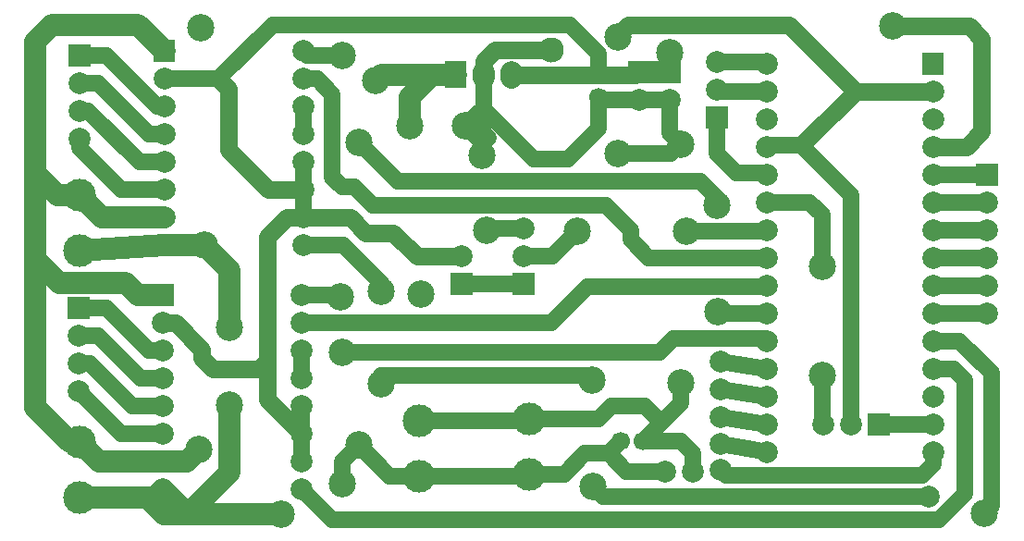
<source format=gtl>
G04 Layer: TopLayer*
G04 EasyEDA v6.4.19.4, 2021-05-27T12:50:32+05:30*
G04 Gerber Generator version 0.2*
G04 Scale: 100 percent, Rotated: No, Reflected: No *
G04 Dimensions in millimeters *
G04 leading zeros omitted , absolute positions ,4 integer and 5 decimal *
%FSLAX45Y45*%
%MOMM*%

%ADD11C,1.6000*%
%ADD12C,1.5000*%
%ADD13C,2.0000*%
%ADD14C,1.0000*%
%ADD15C,2.5000*%
%ADD16C,2.3000*%
%ADD17R,2.0000X2.0000*%
%ADD18C,2.5000*%
%ADD19C,1.7000*%
%ADD20C,3.0000*%

%LPD*%
D11*
X6210300Y5435600D02*
G01*
X6210300Y5461000D01*
X6299200Y5549900D01*
X7772400Y5549900D01*
X8382000Y4940300D01*
X9093200Y4940300D02*
G01*
X8382000Y4940300D01*
X7886700Y4445000D01*
D12*
X6032500Y5091176D02*
G01*
X6032500Y5283200D01*
X5765800Y5549900D01*
X3048000Y5549900D01*
X2552700Y5054600D01*
X2057400Y5054600D01*
D11*
X3327400Y3784600D02*
G01*
X3759200Y3784600D01*
X3898900Y3644900D01*
X4152900Y3644900D01*
X4368800Y3429000D01*
X4775200Y3429000D01*
X2044700Y2819400D02*
G01*
X2159000Y2819400D01*
X2400300Y2578100D01*
X2400300Y2501900D01*
X2501900Y2400300D01*
X2921284Y2400300D01*
X2997200Y2476215D01*
X3327400Y3784600D02*
G01*
X3175000Y3784600D01*
X2997200Y3606800D01*
X2997200Y2120900D01*
X3314700Y1803400D01*
X3327400Y4038600D02*
G01*
X3009900Y4038600D01*
X2641600Y4406900D01*
X2641600Y4965700D01*
X2552700Y5054600D01*
X6680200Y5118100D02*
G01*
X6680200Y5295900D01*
X5232400Y5092700D02*
G01*
X6032500Y5091176D01*
D12*
X3683000Y2552700D02*
G01*
X6591300Y2552700D01*
X6718300Y2679700D01*
X7543800Y2679700D01*
X7569200Y2654300D01*
X5130800Y4622800D02*
G01*
X5435600Y4318000D01*
X5753100Y4318000D01*
X6032500Y4597400D01*
X6032500Y4891023D01*
X4978400Y5092700D02*
G01*
X4978400Y4787900D01*
X4813300Y4622800D01*
D13*
X3987800Y5041900D02*
G01*
X4038600Y5092700D01*
X4724400Y5092700D01*
D12*
X7569200Y3416300D02*
G01*
X6489700Y3416300D01*
X6324600Y3581400D01*
X6324600Y3670300D01*
X6096000Y3898900D01*
X3962400Y3898900D01*
X3797300Y4064000D01*
X3683000Y4064000D01*
X3594100Y4152900D01*
X3594100Y4914900D01*
X3454400Y5054600D01*
X3327400Y5054600D01*
X6794500Y3149600D02*
G01*
X5930900Y3149600D01*
X5600700Y2819400D01*
X3314700Y2819400D01*
D13*
X2044700Y1549400D02*
G01*
X2260600Y1549400D01*
X2374900Y1663700D01*
X2044700Y3073400D02*
G01*
X1816100Y3073400D01*
X1701800Y3187700D01*
X1092200Y3187700D01*
X876300Y3403600D01*
X876300Y5397500D01*
X1028700Y5549900D01*
X1816100Y5549900D01*
X2057400Y5308600D01*
X1282700Y1219200D02*
G01*
X1968500Y1219200D01*
X2044700Y1295400D01*
X2273300Y1066800D02*
G01*
X2049127Y1066800D01*
X1896727Y1219200D01*
X3124200Y1066800D02*
G01*
X2260600Y1066800D01*
X2044700Y1295400D01*
X2654300Y2070100D02*
G01*
X2654300Y1447800D01*
X2273300Y1066800D01*
X1282700Y3479800D02*
G01*
X2057400Y3530600D01*
X2057400Y3530600D01*
X2057400Y3530600D02*
G01*
X2425700Y3530600D01*
X2654300Y3302000D01*
X2654300Y2781300D01*
D12*
X2049127Y1066800D02*
G01*
X2049127Y1290972D01*
X2044700Y1295400D01*
X7150100Y2463800D02*
G01*
X7569200Y2400300D01*
X7569200Y2400300D01*
X7569200Y2146300D02*
G01*
X7569200Y2146300D01*
X7150100Y2209800D01*
X7150100Y2209800D01*
X7150100Y1955800D02*
G01*
X7569200Y1892300D01*
X7569200Y1892300D01*
X7150100Y1714500D02*
G01*
X7442200Y1663700D01*
X7569200Y1638300D01*
D13*
X1282700Y3987800D02*
G01*
X1079634Y3987800D01*
X876300Y4191134D01*
D12*
X6794500Y3149600D02*
G01*
X7556500Y3149600D01*
X7569200Y3162300D01*
X7569200Y3670300D02*
G01*
X7556500Y3657600D01*
X6832600Y3657600D01*
X7569200Y2908300D02*
G01*
X7137400Y2908300D01*
X7124700Y2921000D01*
X9093200Y1892300D02*
G01*
X8597900Y1892300D01*
X9093200Y1638300D02*
G01*
X9093200Y1524000D01*
X8991600Y1422400D01*
X7200900Y1422400D01*
X7150100Y1473200D01*
X8077200Y2336800D02*
G01*
X8077200Y1905000D01*
X8089900Y1892300D01*
X8077200Y3336800D02*
G01*
X8077200Y3810000D01*
X7962900Y3924300D01*
X7569200Y3924300D01*
X7569200Y4940300D02*
G01*
X7124700Y4940300D01*
X7112000Y4953000D01*
X9093200Y3162300D02*
G01*
X9588500Y3162300D01*
X9588500Y3416300D02*
G01*
X9093200Y3416300D01*
X9093200Y3670300D02*
G01*
X9588500Y3670300D01*
X9093200Y3924300D02*
G01*
X9588500Y3924300D01*
X9093200Y4178300D02*
G01*
X9588500Y4178300D01*
X3327400Y3530600D02*
G01*
X3695700Y3530600D01*
X4038600Y3187700D01*
X4038600Y3111500D01*
X3314700Y3073400D02*
G01*
X3657600Y3073400D01*
X3670300Y3060700D01*
D11*
X6032500Y5091099D02*
G01*
X6373799Y5091099D01*
X6400800Y5118100D01*
D12*
X6400800Y4864100D02*
G01*
X6059500Y4864100D01*
X6032500Y4891100D01*
X6680200Y4864100D02*
G01*
X6400800Y4864100D01*
D14*
X3327400Y4800600D02*
G01*
X3327400Y4546600D01*
D12*
X5346700Y3429000D02*
G01*
X5604002Y3429000D01*
X5832602Y3657600D01*
X4775200Y3175000D02*
G01*
X5346700Y3175000D01*
D14*
X3314700Y1803400D02*
G01*
X3314700Y1549400D01*
X3314700Y2057400D02*
G01*
X3314700Y1803400D01*
X3327400Y4038600D02*
G01*
X3327400Y3784600D01*
X3327400Y4292600D02*
G01*
X3327400Y4038600D01*
X3314700Y2565400D02*
G01*
X3314700Y2311400D01*
D12*
X8343900Y1892300D02*
G01*
X8343900Y3987800D01*
X7886700Y4445000D01*
X7581900Y4445000D01*
X7569200Y4432300D01*
X2057400Y4038600D02*
G01*
X1663700Y4038600D01*
X1282700Y4419600D01*
X1282700Y4508500D01*
X2057400Y4800600D02*
G01*
X1993900Y4800600D01*
X1524000Y5270500D01*
X1282700Y5270500D01*
D13*
X2057400Y3784600D02*
G01*
X1485900Y3784600D01*
X1282700Y3987800D01*
D12*
X2044700Y2565400D02*
G01*
X1917700Y2565400D01*
X1524000Y2959100D01*
X1270000Y2959100D01*
X2044700Y2311400D02*
G01*
X1841500Y2311400D01*
X1447800Y2705100D01*
X1270000Y2705100D01*
X2044700Y1803400D02*
G01*
X1663700Y1803400D01*
X1270000Y2197100D01*
X2044700Y2057400D02*
G01*
X1765300Y2057400D01*
X1371600Y2451100D01*
X1270000Y2451100D01*
D13*
X2044700Y1549400D02*
G01*
X1460500Y1549400D01*
X1282700Y1727200D01*
D12*
X3683000Y1346200D02*
G01*
X3683000Y1549400D01*
X3835400Y1701800D01*
X4388510Y1419605D02*
G01*
X4117593Y1419605D01*
X3835400Y1701800D01*
X4388510Y1419605D02*
G01*
X5382006Y1419605D01*
X5397500Y1435100D01*
D13*
X4724400Y5092700D02*
G01*
X4508500Y5092700D01*
X4305300Y4889500D01*
X4305300Y4622800D01*
D12*
X4978400Y5092700D02*
G01*
X4978400Y4775200D01*
X5130800Y4622800D01*
X3327400Y4156476D02*
G01*
X3327400Y4038600D01*
X3327400Y4292600D02*
G01*
X3327400Y4156476D01*
X3327400Y4038600D02*
G01*
X3327400Y3784600D01*
X3327400Y4800600D02*
G01*
X3327400Y4546600D01*
X3314700Y2565400D02*
G01*
X3314700Y2311400D01*
X3314700Y2057400D02*
G01*
X3314700Y1803400D01*
X3314700Y1803400D02*
G01*
X3314700Y1549400D01*
X4388510Y1921002D02*
G01*
X5375402Y1921002D01*
X5397500Y1943100D01*
X5397500Y1435100D02*
G01*
X5715000Y1435100D01*
X5905500Y1625600D01*
X6123000Y1625600D01*
X6237300Y1739900D01*
X5397500Y1943100D02*
G01*
X6032500Y1943100D01*
X6146800Y2057400D01*
X6451600Y2057400D01*
X6578600Y1930400D01*
X6578600Y1881200D01*
X6437299Y1739900D01*
X6437299Y1739900D02*
G01*
X6781800Y1739900D01*
X6896100Y1625600D01*
X6896100Y1460500D01*
X6642100Y1460500D02*
G01*
X6288100Y1460500D01*
X6123000Y1625600D01*
D13*
X6400800Y5118100D02*
G01*
X6680200Y5118100D01*
D12*
X2057400Y4292600D02*
G01*
X1828800Y4292600D01*
X1358900Y4762500D01*
X1282700Y4762500D01*
X2057400Y4546600D02*
G01*
X1917700Y4546600D01*
X1447800Y5016500D01*
X1282700Y5016500D01*
X9588500Y2908300D02*
G01*
X9093200Y2908300D01*
X9093200Y2654300D02*
G01*
X9334500Y2654300D01*
X9626600Y2362200D01*
X9626600Y1143000D01*
X9563100Y1079500D01*
X9093200Y2400300D02*
G01*
X9283700Y2400300D01*
X9385300Y2298700D01*
X9385300Y1257300D01*
X9144000Y1016000D01*
X3594100Y1016000D01*
X3314700Y1295400D01*
X4038600Y2260600D02*
G01*
X4038600Y2336800D01*
X5988050Y2336800D01*
X9055100Y1231900D02*
G01*
X6070600Y1231900D01*
X5981700Y1320800D01*
X3327400Y5308600D02*
G01*
X3365500Y5270500D01*
X3683000Y5270500D01*
X4123232Y4182567D02*
G01*
X3835400Y4470400D01*
X7112000Y3898900D02*
G01*
X7112000Y3962400D01*
X6959600Y4114800D01*
X4191000Y4114800D01*
X4123232Y4182567D01*
D13*
X876300Y3403600D02*
G01*
X876300Y2044700D01*
X1193800Y1727200D01*
X1282700Y1727200D01*
D12*
X4813300Y4622800D02*
G01*
X4965700Y4470400D01*
X4965700Y4356100D01*
X5003800Y3670300D02*
G01*
X5016500Y3683000D01*
X5346700Y3683000D01*
X7112000Y4699000D02*
G01*
X7112000Y4368800D01*
X7289800Y4191000D01*
X7556500Y4191000D01*
X7569200Y4178300D01*
X6437299Y1739900D02*
G01*
X6781800Y2084400D01*
X6781800Y2273300D01*
X6781800Y4457700D02*
G01*
X6680200Y4559300D01*
X6680200Y4864100D01*
X6781800Y4457700D02*
G01*
X6692900Y4368800D01*
X6210300Y4368800D01*
X7112000Y5207000D02*
G01*
X7556500Y5207000D01*
X7569200Y5194300D01*
X4929538Y4739038D02*
G01*
X4929538Y4613851D01*
X5025694Y4517694D01*
X4965700Y4457700D01*
X4965700Y4356100D01*
D11*
X5600700Y5321300D02*
G01*
X5080000Y5321300D01*
X4978400Y5219700D01*
X4978400Y5092700D01*
X9093200Y4432300D02*
G01*
X9398000Y4432300D01*
X9537700Y4572000D01*
X9537700Y5422900D01*
X9423400Y5537200D01*
X8724900Y5537200D01*
D17*
G01*
X6400800Y5118100D03*
D13*
G01*
X6400800Y4864100D03*
D17*
G01*
X6680200Y5118100D03*
D13*
G01*
X6680200Y4864100D03*
D18*
G01*
X6832600Y3657600D03*
G01*
X5832602Y3657600D03*
G01*
X8077200Y2336800D03*
G01*
X8077200Y3336797D03*
D19*
G01*
X6237300Y1739900D03*
G01*
X6437299Y1739900D03*
G01*
X6032500Y5091099D03*
G01*
X6032500Y4891100D03*
D13*
G01*
X5346700Y3683000D03*
G01*
X5346700Y3429000D03*
G36*
X5246700Y3274999D02*
G01*
X5446699Y3274999D01*
X5446699Y3075000D01*
X5246700Y3075000D01*
G37*
G01*
X9588500Y2908300D03*
G01*
X9588500Y3162300D03*
G01*
X9588500Y3416300D03*
G01*
X9588500Y3670300D03*
G01*
X9588500Y3924300D03*
D17*
G01*
X9588500Y4178300D03*
D20*
G01*
X1282700Y1219200D03*
G01*
X1282700Y1727200D03*
G01*
X1282700Y3479800D03*
G01*
X1282700Y3987800D03*
D17*
G01*
X4775200Y3175000D03*
D13*
G01*
X4775200Y3429000D03*
G01*
X7112000Y5207000D03*
G01*
X7112000Y4953000D03*
D17*
G01*
X7112000Y4699000D03*
D20*
G01*
X5397500Y1435100D03*
G01*
X5397500Y1943100D03*
D13*
G01*
X8089900Y1892300D03*
G01*
X8343900Y1892300D03*
D17*
G01*
X8597900Y1892300D03*
G36*
X1944700Y3173399D02*
G01*
X2144699Y3173399D01*
X2144699Y2973400D01*
X1944700Y2973400D01*
G37*
D13*
G01*
X3314700Y1295400D03*
G01*
X2044700Y2819400D03*
G01*
X3314700Y1549400D03*
G01*
X2044700Y2565400D03*
G01*
X3314700Y1803400D03*
G01*
X2044700Y2311400D03*
G01*
X3314700Y2057400D03*
G01*
X2044700Y2057400D03*
G01*
X3314700Y2311400D03*
G01*
X2044700Y1803400D03*
G01*
X3314700Y2565400D03*
G01*
X2044700Y1549400D03*
G01*
X3314700Y2819400D03*
G01*
X2044700Y1295400D03*
G01*
X3314700Y3073400D03*
D20*
G01*
X4388510Y1921002D03*
G01*
X4388510Y1419605D03*
D18*
G01*
X4305300Y4622800D03*
G01*
X4813300Y4622800D03*
D17*
G01*
X1282700Y5270500D03*
D13*
G01*
X1282700Y5016500D03*
G01*
X1282700Y4762500D03*
G01*
X1282700Y4508500D03*
D17*
G01*
X1270000Y2959100D03*
D13*
G01*
X1270000Y2705100D03*
G01*
X1270000Y2451100D03*
G01*
X1270000Y2197100D03*
G36*
X8993200Y5294299D02*
G01*
X9193199Y5294299D01*
X9193199Y5094300D01*
X8993200Y5094300D01*
G37*
G01*
X9093200Y4940300D03*
G01*
X9093200Y4686300D03*
G01*
X9093200Y4432300D03*
G01*
X9093200Y4178300D03*
G01*
X9093200Y3924300D03*
G01*
X9093200Y3670300D03*
G01*
X9093200Y3416300D03*
G01*
X9093200Y3162300D03*
G01*
X9093200Y2908300D03*
G01*
X9093200Y2654300D03*
G01*
X9093200Y2400300D03*
G01*
X9093200Y2146300D03*
G01*
X9093200Y1892300D03*
G01*
X9093200Y1638300D03*
G01*
X7569200Y1638300D03*
G01*
X7569200Y1892300D03*
G01*
X7569200Y2146300D03*
G01*
X7569200Y2400300D03*
G01*
X7569200Y2654300D03*
G01*
X7569200Y2908300D03*
G01*
X7569200Y3162300D03*
G01*
X7569200Y3416300D03*
G01*
X7569200Y3670300D03*
G01*
X7569200Y3924300D03*
G01*
X7569200Y4178300D03*
G01*
X7569200Y4432300D03*
G01*
X7569200Y4686300D03*
G01*
X7569200Y4940300D03*
G01*
X7569200Y5194300D03*
G36*
X4624324Y5217668D02*
G01*
X4824475Y5217668D01*
X4824475Y4967731D01*
X4624324Y4967731D01*
G37*
G36*
X1957400Y5408599D02*
G01*
X2157399Y5408599D01*
X2157399Y5208600D01*
X1957400Y5208600D01*
G37*
G01*
X3327400Y3530600D03*
G01*
X2057400Y5054600D03*
G01*
X3327400Y3784600D03*
G01*
X2057400Y4800600D03*
G01*
X3327400Y4038600D03*
G01*
X2057400Y4546600D03*
G01*
X3327400Y4292600D03*
G01*
X2057400Y4292600D03*
G01*
X3327400Y4546600D03*
G01*
X2057400Y4038600D03*
G01*
X3327400Y4800600D03*
G01*
X2057400Y3784600D03*
G01*
X3327400Y5054600D03*
G01*
X2057400Y3530600D03*
G01*
X3327400Y5308600D03*
D15*
G01*
X3670300Y3060700D03*
G01*
X3683000Y2552700D03*
G01*
X4038600Y3111500D03*
G01*
X4038600Y2260600D03*
G01*
X3124200Y1066800D03*
G01*
X3683000Y1346200D03*
G01*
X2654300Y2070100D03*
G01*
X2654300Y2781300D03*
G01*
X4406900Y3086100D03*
G01*
X3835400Y1701800D03*
D13*
G01*
X7150100Y2209800D03*
G01*
X7150100Y1955800D03*
G01*
X7150100Y2463800D03*
G01*
X7150100Y1714500D03*
G01*
X7150100Y1473200D03*
G01*
X6896100Y1460500D03*
G01*
X6642100Y1460500D03*
D15*
G01*
X3987800Y5041900D03*
G01*
X7124700Y2921000D03*
G01*
X7112000Y3898900D03*
G01*
X9563100Y1079500D03*
D13*
G01*
X9055100Y1231900D03*
D15*
G01*
X5981700Y1320800D03*
G01*
X5969000Y2298700D03*
G01*
X3683000Y5270500D03*
G01*
X3835400Y4470400D03*
G01*
X5003800Y3670300D03*
G01*
X4965700Y4356100D03*
G01*
X6781800Y2273300D03*
G01*
X6781800Y4457700D03*
G01*
X2374900Y1663700D03*
G01*
X2425700Y3530600D03*
G01*
X2387600Y5524500D03*
G01*
X6210300Y5435600D03*
G01*
X6210300Y4368800D03*
D16*
G01*
X5600700Y5321300D03*
D15*
G01*
X8724900Y5537200D03*
G01*
X6680200Y5295900D03*
D13*
X4978400Y5117698D02*
G01*
X4978400Y5067698D01*
X5232400Y5117698D02*
G01*
X5232400Y5067698D01*
M02*

</source>
